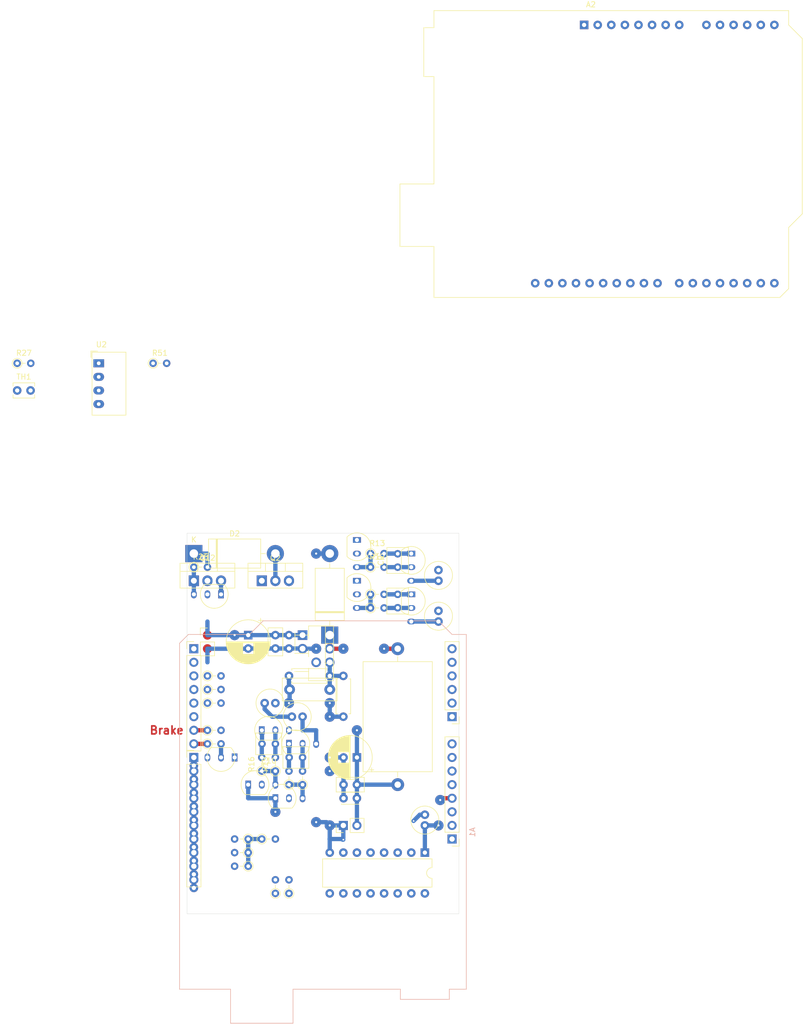
<source format=kicad_pcb>
(kicad_pcb (version 20171130) (host pcbnew "(5.1.2-1)-1")
  (title_block (title "PCB layout for Yoda Brain prototype") (date 2020-02-20) (rev 2) (company "YodaCIty SRL"))
  (layers (0 Solder.F.Cu signal) (1 Wires.F.Cu jumper) (2 Wires.B.Cu jumper) (31 Solder.B.Cu power) (34 B.Paste user) (35 F.Paste user) (36 B.SilkS user) (37 F.SilkS user) (38 B.Mask user) (39 F.Mask user) (44 Edge.Cuts user))
  (net 0 "")
  (net 1 "Net-(A1-Pad32)")
  (net 2 "Net-(A1-Pad31)")
  (net 3 A1_D2)
  (net 4 "Net-(A1-Pad2)")
  (net 5 A1_D3)
  (net 6 "Net-(A1-Pad3)")
  (net 7 A1_D4)
  (net 8 +3V3)
  (net 9 A1_D5)
  (net 10 +5V)
  (net 11 A1_D6)
  (net 12 A1_D7)
  (net 13 COMMODO_GND)
  (net 14 A1_D8)
  (net 15 +7.5V)
  (net 16 A1_D9)
  (net 17 A1_A0)
  (net 18 A1_D10)
  (net 19 A1_A1)
  (net 20 A1_D11)
  (net 21 A1_A2)
  (net 22 A1_D12)
  (net 23 A1_A3)
  (net 24 A1_D13)
  (net 25 A1_A4)
  (net 26 A1_A5)
  (net 27 "Net-(A1-Pad30)")
  (net 28 A1_D0)
  (net 29 A1_D1)
  (net 30 ARDUINO_ICSP_4)
  (net 31 A2_D6)
  (net 32 A2_D5)
  (net 33 BEAM_+12V)
  (net 34 "Net-(C5-Pad1)")
  (net 35 "Net-(C9-Pad1)")
  (net 36 "Net-(C10-Pad1)")
  (net 37 "Net-(C11-Pad1)")
  (net 38 "Net-(C12-Pad1)")
  (net 39 TAILLIGHT_BRAKE)
  (net 40 TAILLIGHT_TAILLIGHT)
  (net 41 INDICATOR_R_+12V)
  (net 42 INDICATOR_L_+12V)
  (net 43 "Net-(D1-Pad1)")
  (net 44 HORN_GND)
  (net 45 "Net-(Q1-Pad2)")
  (net 46 "Net-(Q2-Pad1)")
  (net 47 "Net-(Q3-Pad2)")
  (net 48 "Net-(Q12-Pad1)")
  (net 49 "Net-(Q4-Pad3)")
  (net 50 "Net-(Q4-Pad2)")
  (net 51 "Net-(Q6-Pad3)")
  (net 52 "Net-(Q6-Pad2)")
  (net 53 "Net-(Q8-Pad3)")
  (net 54 "Net-(Q8-Pad2)")
  (net 55 "Net-(Q10-Pad2)")
  (net 56 "Net-(Q10-Pad3)")
  (module Package_TO_SOT_THT:TO-92_Inline (layer Solder.F.Cu) (at 35.56 55.88)
    (fp_text reference Q11 hide)
    (fp_text value 2N3906 hide)
    (pad 1 thru_hole rect (at 0 0) (size 1.05 1.5) (drill 0.75) (layers *.Cu *.Mask) (net 33 BEAM_+12V))
    (pad 3 thru_hole oval (at 5.08 0) (size 1.05 1.5) (drill 0.75) (layers *.Cu *.Mask) (net 42 INDICATOR_L_+12V))
    (pad 2 thru_hole oval (at 2.54 0) (size 1.05 1.5) (drill 0.75) (layers *.Cu *.Mask) (net 38 "Net-(C12-Pad1)"))
  )
  (module Module:Arduino_UNO_R3 (layer Solder.B.Cu) (at 66.04 73.66 90)
    (fp_text reference A1 (at 1.27 3.81 90) (layer B.SilkS) (effects (justify mirror)))
    (fp_text value Arduino_UNO_R3)
    (pad 16 thru_hole oval (at 33.02 -48.26) (size 1.6 1.6) (drill 0.8) (layers *.Cu *.Mask) (net 29 A1_D1))
    (pad 15 thru_hole oval (at 35.56 -48.26) (size 1.6 1.6) (drill 0.8) (layers *.Cu *.Mask) (net 28 A1_D0))
    (pad 30 thru_hole oval (at -4.06 -48.26) (size 1.6 1.6) (drill 0.8) (layers *.Cu *.Mask) (net 27 "Net-(A1-Pad30)"))
    (pad 14 thru_hole oval (at 35.56 0) (size 1.6 1.6) (drill 0.8) (layers *.Cu *.Mask) (net 26 A1_A5))
    (pad 29 thru_hole oval (at -1.52 -48.26) (size 1.6 1.6) (drill 0.8) (layers *.Cu *.Mask) (net 13 COMMODO_GND))
    (pad 13 thru_hole oval (at 33.02 0) (size 1.6 1.6) (drill 0.8) (layers *.Cu *.Mask) (net 25 A1_A4))
    (pad 28 thru_hole oval (at 1.02 -48.26) (size 1.6 1.6) (drill 0.8) (layers *.Cu *.Mask) (net 24 A1_D13))
    (pad 12 thru_hole oval (at 30.48 0) (size 1.6 1.6) (drill 0.8) (layers *.Cu *.Mask) (net 23 A1_A3))
    (pad 27 thru_hole oval (at 3.56 -48.26) (size 1.6 1.6) (drill 0.8) (layers *.Cu *.Mask) (net 22 A1_D12))
    (pad 11 thru_hole oval (at 27.94 0) (size 1.6 1.6) (drill 0.8) (layers *.Cu *.Mask) (net 21 A1_A2))
    (pad 26 thru_hole oval (at 6.1 -48.26) (size 1.6 1.6) (drill 0.8) (layers *.Cu *.Mask) (net 20 A1_D11))
    (pad 10 thru_hole oval (at 25.4 0) (size 1.6 1.6) (drill 0.8) (layers *.Cu *.Mask) (net 19 A1_A1))
    (pad 25 thru_hole oval (at 8.64 -48.26) (size 1.6 1.6) (drill 0.8) (layers *.Cu *.Mask) (net 18 A1_D10))
    (pad 9 thru_hole oval (at 22.86 0) (size 1.6 1.6) (drill 0.8) (layers *.Cu *.Mask) (net 17 A1_A0))
    (pad 24 thru_hole oval (at 11.18 -48.26) (size 1.6 1.6) (drill 0.8) (layers *.Cu *.Mask) (net 16 A1_D9))
    (pad 8 thru_hole oval (at 17.78 0) (size 1.6 1.6) (drill 0.8) (layers *.Cu *.Mask) (net 15 +7.5V))
    (pad 23 thru_hole oval (at 13.72 -48.26) (size 1.6 1.6) (drill 0.8) (layers *.Cu *.Mask) (net 14 A1_D8))
    (pad 7 thru_hole oval (at 15.24 0) (size 1.6 1.6) (drill 0.8) (layers *.Cu *.Mask) (net 13 COMMODO_GND))
    (pad 22 thru_hole oval (at 17.78 -48.26) (size 1.6 1.6) (drill 0.8) (layers *.Cu *.Mask) (net 12 A1_D7))
    (pad 6 thru_hole oval (at 12.7 0) (size 1.6 1.6) (drill 0.8) (layers *.Cu *.Mask) (net 13 COMMODO_GND))
    (pad 21 thru_hole oval (at 20.32 -48.26) (size 1.6 1.6) (drill 0.8) (layers *.Cu *.Mask) (net 11 A1_D6))
    (pad 5 thru_hole oval (at 10.16 0) (size 1.6 1.6) (drill 0.8) (layers *.Cu *.Mask) (net 10 +5V))
    (pad 20 thru_hole oval (at 22.86 -48.26) (size 1.6 1.6) (drill 0.8) (layers *.Cu *.Mask) (net 9 A1_D5))
    (pad 4 thru_hole oval (at 7.62 0) (size 1.6 1.6) (drill 0.8) (layers *.Cu *.Mask) (net 8 +3V3))
    (pad 19 thru_hole oval (at 25.4 -48.26) (size 1.6 1.6) (drill 0.8) (layers *.Cu *.Mask) (net 7 A1_D4))
    (pad 3 thru_hole oval (at 5.08 0) (size 1.6 1.6) (drill 0.8) (layers *.Cu *.Mask) (net 6 "Net-(A1-Pad3)"))
    (pad 18 thru_hole oval (at 27.94 -48.26) (size 1.6 1.6) (drill 0.8) (layers *.Cu *.Mask) (net 5 A1_D3))
    (pad 2 thru_hole oval (at 2.54 0) (size 1.6 1.6) (drill 0.8) (layers *.Cu *.Mask) (net 4 "Net-(A1-Pad2)"))
    (pad 17 thru_hole oval (at 30.48 -48.26) (size 1.6 1.6) (drill 0.8) (layers *.Cu *.Mask) (net 3 A1_D2))
    (pad 1 thru_hole rect (at 0 0) (size 1.6 1.6) (drill 0.8) (layers *.Cu *.Mask) (net 13 COMMODO_GND))
    (pad 31 thru_hole oval (at -6.6 -48.26) (size 1.6 1.6) (drill 0.8) (layers *.Cu *.Mask) (net 2 "Net-(A1-Pad31)"))
    (pad 32 thru_hole oval (at -9.14 -48.26) (size 1.6 1.6) (drill 0.8) (layers *.Cu *.Mask) (net 1 "Net-(A1-Pad32)"))
  )
  (module Resistor_THT:R_Axial_DIN0204_L3.6mm_D1.6mm_P2.54mm_Vertical (layer Solder.F.Cu) (at 50.8 22.86)
    (fp_text reference R12 (at 1.27 -1.92) (layer F.SilkS))
    (fp_text value CFR16-1k0)
    (pad 2 thru_hole oval (at 2.54 0) (size 1.4 1.4) (drill 0.7) (layers *.Cu *.Mask) (net 35 "Net-(C9-Pad1)"))
    (pad 1 thru_hole circle (at 0 0) (size 1.4 1.4) (drill 0.7) (layers *.Cu *.Mask) (net 49 "Net-(Q4-Pad3)"))
  )
  (module Module:Arduino_UNO_R3 (layer Solder.F.Cu) (at 90.725001 -78.464999)
    (fp_text reference A2 (at 1.27 -3.81 180) (layer F.SilkS))
    (fp_text value Arduino_UNO_R3)
    (pad 16 thru_hole oval (at 33.02 48.26 90) (size 1.6 1.6) (drill 0.8) (layers *.Cu *.Mask))
    (pad 15 thru_hole oval (at 35.56 48.26 90) (size 1.6 1.6) (drill 0.8) (layers *.Cu *.Mask))
    (pad 30 thru_hole oval (at -4.06 48.26 90) (size 1.6 1.6) (drill 0.8) (layers *.Cu *.Mask))
    (pad 14 thru_hole oval (at 35.56 0 90) (size 1.6 1.6) (drill 0.8) (layers *.Cu *.Mask) (net 26 A1_A5))
    (pad 29 thru_hole oval (at -1.52 48.26 90) (size 1.6 1.6) (drill 0.8) (layers *.Cu *.Mask))
    (pad 13 thru_hole oval (at 33.02 0 90) (size 1.6 1.6) (drill 0.8) (layers *.Cu *.Mask) (net 25 A1_A4))
    (pad 28 thru_hole oval (at 1.02 48.26 90) (size 1.6 1.6) (drill 0.8) (layers *.Cu *.Mask) (net 30 ARDUINO_ICSP_4))
    (pad 12 thru_hole oval (at 30.48 0 90) (size 1.6 1.6) (drill 0.8) (layers *.Cu *.Mask))
    (pad 27 thru_hole oval (at 3.56 48.26 90) (size 1.6 1.6) (drill 0.8) (layers *.Cu *.Mask))
    (pad 11 thru_hole oval (at 27.94 0 90) (size 1.6 1.6) (drill 0.8) (layers *.Cu *.Mask))
    (pad 26 thru_hole oval (at 6.1 48.26 90) (size 1.6 1.6) (drill 0.8) (layers *.Cu *.Mask))
    (pad 10 thru_hole oval (at 25.4 0 90) (size 1.6 1.6) (drill 0.8) (layers *.Cu *.Mask))
    (pad 25 thru_hole oval (at 8.64 48.26 90) (size 1.6 1.6) (drill 0.8) (layers *.Cu *.Mask))
    (pad 9 thru_hole oval (at 22.86 0 90) (size 1.6 1.6) (drill 0.8) (layers *.Cu *.Mask))
    (pad 24 thru_hole oval (at 11.18 48.26 90) (size 1.6 1.6) (drill 0.8) (layers *.Cu *.Mask))
    (pad 8 thru_hole oval (at 17.78 0 90) (size 1.6 1.6) (drill 0.8) (layers *.Cu *.Mask) (net 15 +7.5V))
    (pad 23 thru_hole oval (at 13.72 48.26 90) (size 1.6 1.6) (drill 0.8) (layers *.Cu *.Mask))
    (pad 7 thru_hole oval (at 15.24 0 90) (size 1.6 1.6) (drill 0.8) (layers *.Cu *.Mask) (net 13 COMMODO_GND))
    (pad 22 thru_hole oval (at 17.78 48.26 90) (size 1.6 1.6) (drill 0.8) (layers *.Cu *.Mask))
    (pad 6 thru_hole oval (at 12.7 0 90) (size 1.6 1.6) (drill 0.8) (layers *.Cu *.Mask))
    (pad 21 thru_hole oval (at 20.32 48.26 90) (size 1.6 1.6) (drill 0.8) (layers *.Cu *.Mask) (net 31 A2_D6))
    (pad 5 thru_hole oval (at 10.16 0 90) (size 1.6 1.6) (drill 0.8) (layers *.Cu *.Mask))
    (pad 20 thru_hole oval (at 22.86 48.26 90) (size 1.6 1.6) (drill 0.8) (layers *.Cu *.Mask) (net 32 A2_D5))
    (pad 4 thru_hole oval (at 7.62 0 90) (size 1.6 1.6) (drill 0.8) (layers *.Cu *.Mask))
    (pad 19 thru_hole oval (at 25.4 48.26 90) (size 1.6 1.6) (drill 0.8) (layers *.Cu *.Mask))
    (pad 3 thru_hole oval (at 5.08 0 90) (size 1.6 1.6) (drill 0.8) (layers *.Cu *.Mask))
    (pad 18 thru_hole oval (at 27.94 48.26 90) (size 1.6 1.6) (drill 0.8) (layers *.Cu *.Mask))
    (pad 2 thru_hole oval (at 2.54 0 90) (size 1.6 1.6) (drill 0.8) (layers *.Cu *.Mask))
    (pad 17 thru_hole oval (at 30.48 48.26 90) (size 1.6 1.6) (drill 0.8) (layers *.Cu *.Mask))
    (pad 1 thru_hole rect (at 0 0 90) (size 1.6 1.6) (drill 0.8) (layers *.Cu *.Mask) (net 30 ARDUINO_ICSP_4))
    (pad 31 thru_hole oval (at -6.6 48.26 90) (size 1.6 1.6) (drill 0.8) (layers *.Cu *.Mask))
    (pad 32 thru_hole oval (at -9.14 48.26 90) (size 1.6 1.6) (drill 0.8) (layers *.Cu *.Mask))
  )
  (module Capacitor_THT:CP_Radial_D8.0mm_P2.50mm (layer Solder.F.Cu) (at 27.94 35.56 270)
    (fp_text reference C1 hide)
    (fp_text value EEU-FC1E471L hide)
    (pad 2 thru_hole circle (at 2.5 0 270) (size 1.6 1.6) (drill 0.8) (layers *.Cu *.Mask) (net 13 COMMODO_GND))
    (pad 1 thru_hole rect (at 0 0 270) (size 1.6 1.6) (drill 0.8) (layers *.Cu *.Mask) (net 33 BEAM_+12V))
  )
  (module Capacitor_THT:C_Disc_D5.0mm_W2.5mm_P2.50mm (layer Solder.F.Cu) (at 33.02 35.56 270)
    (fp_text reference C2 hide)
    (fp_text value FG16X5R1E476MRT06 hide)
    (pad 1 thru_hole circle (at 0 0 270) (size 1.6 1.6) (drill 0.8) (layers *.Cu *.Mask) (net 33 BEAM_+12V))
    (pad 2 thru_hole circle (at 2.5 0 270) (size 1.6 1.6) (drill 0.8) (layers *.Cu *.Mask) (net 13 COMMODO_GND))
  )
  (module Capacitor_THT:C_Disc_D3.0mm_W2.0mm_P2.50mm (layer Solder.F.Cu) (at 35.56 35.56 270)
    (fp_text reference C3 hide)
    (fp_text value C320C104M5R5TA hide)
    (pad 1 thru_hole circle (at 0 0 270) (size 1.6 1.6) (drill 0.8) (layers *.Cu *.Mask) (net 33 BEAM_+12V))
    (pad 2 thru_hole circle (at 2.5 0 270) (size 1.6 1.6) (drill 0.8) (layers *.Cu *.Mask) (net 13 COMMODO_GND))
  )
  (module Capacitor_THT:C_Rect_L10.0mm_W4.0mm_P7.50mm_FKS3_FKP3 (layer Solder.F.Cu) (at 43.18 45.72 180)
    (fp_text reference C5 hide)
    (fp_text value PHE450MK4470JR05 hide)
    (pad 1 thru_hole circle (at 0 0 180) (size 2 2) (drill 1) (layers *.Cu *.Mask) (net 34 "Net-(C5-Pad1)"))
    (pad 2 thru_hole circle (at 7.5 0 180) (size 2 2) (drill 1) (layers *.Cu *.Mask) (net 15 +7.5V))
  )
  (module Capacitor_THT:C_Disc_D5.0mm_W2.5mm_P2.50mm (layer Solder.F.Cu) (at 48.26 63.5 180)
    (fp_text reference C6 hide)
    (fp_text value FG16X5R1E476MRT06 hide)
    (pad 2 thru_hole circle (at 2.5 0 180) (size 1.6 1.6) (drill 0.8) (layers *.Cu *.Mask) (net 13 COMMODO_GND))
    (pad 1 thru_hole circle (at 0 0 180) (size 1.6 1.6) (drill 0.8) (layers *.Cu *.Mask) (net 15 +7.5V))
  )
  (module Capacitor_THT:CP_Radial_D8.0mm_P2.50mm (layer Solder.F.Cu) (at 48.26 58.42 180)
    (fp_text reference C7 hide)
    (fp_text value RL81C101MDN1KX hide)
    (pad 1 thru_hole rect (at 0 0 180) (size 1.6 1.6) (drill 0.8) (layers *.Cu *.Mask) (net 15 +7.5V))
    (pad 2 thru_hole circle (at 2.5 0 180) (size 1.6 1.6) (drill 0.8) (layers *.Cu *.Mask) (net 13 COMMODO_GND))
  )
  (module Capacitor_THT:C_Disc_D3.0mm_W2.0mm_P2.50mm (layer Solder.F.Cu) (at 48.26 66.04 180)
    (fp_text reference C8 hide)
    (fp_text value C320C104M5R5TA hide)
    (pad 2 thru_hole circle (at 2.5 0 180) (size 1.6 1.6) (drill 0.8) (layers *.Cu *.Mask) (net 13 COMMODO_GND))
    (pad 1 thru_hole circle (at 0 0 180) (size 1.6 1.6) (drill 0.8) (layers *.Cu *.Mask) (net 15 +7.5V))
  )
  (module Capacitor_THT:C_Rect_L4.6mm_W3.8mm_P2.50mm_MKS02_FKP02 (layer Solder.F.Cu) (at 55.88 22.86 90)
    (fp_text reference C9 (at 1.25 -3.15 90) (layer F.SilkS))
    (fp_text value RDEC71E476MWK1H03B)
    (pad 1 thru_hole circle (at 0 0 90) (size 1.4 1.4) (drill 0.7) (layers *.Cu *.Mask) (net 35 "Net-(C9-Pad1)"))
    (pad 2 thru_hole circle (at 2.5 0 90) (size 1.4 1.4) (drill 0.7) (layers *.Cu *.Mask) (net 33 BEAM_+12V))
  )
  (module Capacitor_THT:C_Rect_L4.6mm_W3.8mm_P2.50mm_MKS02_FKP02 (layer Solder.F.Cu) (at 33.02 55.88 180)
    (fp_text reference C10 (at 1.25 -3.15) (layer F.SilkS))
    (fp_text value RDEC71E476MWK1H03B)
    (pad 2 thru_hole circle (at 2.5 0 180) (size 1.4 1.4) (drill 0.7) (layers *.Cu *.Mask) (net 33 BEAM_+12V))
    (pad 1 thru_hole circle (at 0 0 180) (size 1.4 1.4) (drill 0.7) (layers *.Cu *.Mask) (net 36 "Net-(C10-Pad1)"))
  )
  (module Capacitor_THT:C_Rect_L4.6mm_W3.8mm_P2.50mm_MKS02_FKP02 (layer Solder.F.Cu) (at 55.88 30.44 90)
    (fp_text reference C11 hide)
    (fp_text value RDEC71E476MWK1H03B hide)
    (pad 1 thru_hole circle (at 0 0 90) (size 1.4 1.4) (drill 0.7) (layers *.Cu *.Mask) (net 37 "Net-(C11-Pad1)"))
    (pad 2 thru_hole circle (at 2.5 0 90) (size 1.4 1.4) (drill 0.7) (layers *.Cu *.Mask) (net 33 BEAM_+12V))
  )
  (module Capacitor_THT:C_Rect_L4.6mm_W3.8mm_P2.50mm_MKS02_FKP02 (layer Solder.F.Cu) (at 38.1 58.42 180)
    (fp_text reference C12 hide)
    (fp_text value RDEC71E476MWK1H03B hide)
    (pad 2 thru_hole circle (at 2.5 0 180) (size 1.4 1.4) (drill 0.7) (layers *.Cu *.Mask) (net 33 BEAM_+12V))
    (pad 1 thru_hole circle (at 0 0 180) (size 1.4 1.4) (drill 0.7) (layers *.Cu *.Mask) (net 38 "Net-(C12-Pad1)"))
  )
  (module Capacitor_THT:C_Radial_D5.0mm_H11.0mm_P2.00mm (layer Solder.F.Cu) (at 63.5 25.4 90)
    (fp_text reference C13 hide)
    (fp_text value ECA-1EHG470 hide)
    (pad 1 thru_hole circle (at 0 0 90) (size 1.6 1.6) (drill 0.8) (layers *.Cu *.Mask) (net 39 TAILLIGHT_BRAKE))
    (pad 2 thru_hole circle (at 2 0 90) (size 1.6 1.6) (drill 0.8) (layers *.Cu *.Mask) (net 13 COMMODO_GND))
  )
  (module Capacitor_THT:C_Radial_D5.0mm_H11.0mm_P2.00mm (layer Solder.F.Cu) (at 33.02 48.26 180)
    (fp_text reference C14 hide)
    (fp_text value ECA-1EHG470 hide)
    (pad 2 thru_hole circle (at 2 0 180) (size 1.6 1.6) (drill 0.8) (layers *.Cu *.Mask) (net 13 COMMODO_GND))
    (pad 1 thru_hole circle (at 0 0 180) (size 1.6 1.6) (drill 0.8) (layers *.Cu *.Mask) (net 40 TAILLIGHT_TAILLIGHT))
  )
  (module Capacitor_THT:C_Radial_D5.0mm_H11.0mm_P2.00mm (layer Solder.F.Cu) (at 63.5 33.02 90)
    (fp_text reference C15 hide)
    (fp_text value ECA-1EHG470 hide)
    (pad 1 thru_hole circle (at 0 0 90) (size 1.6 1.6) (drill 0.8) (layers *.Cu *.Mask) (net 41 INDICATOR_R_+12V))
    (pad 2 thru_hole circle (at 2 0 90) (size 1.6 1.6) (drill 0.8) (layers *.Cu *.Mask) (net 13 COMMODO_GND))
  )
  (module Capacitor_THT:C_Radial_D5.0mm_H11.0mm_P2.00mm (layer Solder.F.Cu) (at 38.1 50.8 180)
    (fp_text reference C16 hide)
    (fp_text value ECA-1EHG470 hide)
    (pad 2 thru_hole circle (at 2 0 180) (size 1.6 1.6) (drill 0.8) (layers *.Cu *.Mask) (net 13 COMMODO_GND))
    (pad 1 thru_hole circle (at 0 0 180) (size 1.6 1.6) (drill 0.8) (layers *.Cu *.Mask) (net 42 INDICATOR_L_+12V))
  )
  (module Capacitor_THT:C_Radial_D5.0mm_H11.0mm_P2.00mm (layer Solder.F.Cu) (at 60.96 71.12 90)
    (fp_text reference C17 hide)
    (fp_text value 220uF hide)
    (pad 1 thru_hole circle (at 0 0 90) (size 1.6 1.6) (drill 0.8) (layers *.Cu *.Mask) (net 8 +3V3))
    (pad 2 thru_hole circle (at 2 0 90) (size 1.6 1.6) (drill 0.8) (layers *.Cu *.Mask) (net 13 COMMODO_GND))
  )
  (module Diode_THT:D_DO-201AD_P15.24mm_Horizontal (layer Solder.F.Cu) (at 43.18 35.56 90)
    (fp_text reference D1 hide)
    (fp_text value SB560 hide)
    (pad 1 thru_hole rect (at 0 0 90) (size 3.2 3.2) (drill 1.6) (layers *.Cu *.Mask) (net 43 "Net-(D1-Pad1)"))
    (pad 2 thru_hole oval (at 15.24 0 90) (size 3.2 3.2) (drill 1.6) (layers *.Cu *.Mask) (net 13 COMMODO_GND))
  )
  (module Diode_THT:D_DO-201AD_P15.24mm_Horizontal (layer Solder.F.Cu) (at 17.78 20.32)
    (fp_text reference D2 (at 7.62 -3.72) (layer F.SilkS))
    (fp_text value SB560)
    (fp_text user K (at 0 -2.6) (layer F.SilkS))
    (pad 2 thru_hole oval (at 15.24 0) (size 3.2 3.2) (drill 1.6) (layers *.Cu *.Mask) (net 44 HORN_GND))
    (pad 1 thru_hole rect (at 0 0) (size 3.2 3.2) (drill 1.6) (layers *.Cu *.Mask) (net 33 BEAM_+12V))
  )
  (module Connector_PinHeader_2.54mm:PinHeader_1x08_P2.54mm_Vertical (layer Solder.F.Cu) (at 17.78 38.1)
    (fp_text reference J1 hide)
    (fp_text value Conn_01x08_Male hide)
    (pad 1 thru_hole rect (at 0 0) (size 1.7 1.7) (drill 1) (layers *.Cu *.Mask) (net 28 A1_D0))
    (pad 2 thru_hole oval (at 0 2.54) (size 1.7 1.7) (drill 1) (layers *.Cu *.Mask) (net 29 A1_D1))
    (pad 3 thru_hole oval (at 0 5.08) (size 1.7 1.7) (drill 1) (layers *.Cu *.Mask) (net 3 A1_D2))
    (pad 4 thru_hole oval (at 0 7.62) (size 1.7 1.7) (drill 1) (layers *.Cu *.Mask) (net 5 A1_D3))
    (pad 5 thru_hole oval (at 0 10.16) (size 1.7 1.7) (drill 1) (layers *.Cu *.Mask) (net 7 A1_D4))
    (pad 6 thru_hole oval (at 0 12.7) (size 1.7 1.7) (drill 1) (layers *.Cu *.Mask) (net 9 A1_D5))
    (pad 7 thru_hole oval (at 0 15.24) (size 1.7 1.7) (drill 1) (layers *.Cu *.Mask) (net 11 A1_D6))
    (pad 8 thru_hole oval (at 0 17.78) (size 1.7 1.7) (drill 1) (layers *.Cu *.Mask) (net 12 A1_D7))
  )
  (module Connector_PinHeader_2.54mm:PinHeader_1x10_P2.54mm_Vertical (layer Solder.F.Cu) (at 17.78 58.42)
    (fp_text reference J2 hide)
    (fp_text value Conn_01x10_Male hide)
    (pad 1 thru_hole rect (at 0 0) (size 1.7 1.7) (drill 1) (layers *.Cu *.Mask) (net 14 A1_D8))
    (pad 2 thru_hole oval (at 0 2.54) (size 1.7 1.7) (drill 1) (layers *.Cu *.Mask) (net 16 A1_D9))
    (pad 3 thru_hole oval (at 0 5.08) (size 1.7 1.7) (drill 1) (layers *.Cu *.Mask) (net 18 A1_D10))
    (pad 4 thru_hole oval (at 0 7.62) (size 1.7 1.7) (drill 1) (layers *.Cu *.Mask) (net 20 A1_D11))
    (pad 5 thru_hole oval (at 0 10.16) (size 1.7 1.7) (drill 1) (layers *.Cu *.Mask) (net 22 A1_D12))
    (pad 6 thru_hole oval (at 0 12.7) (size 1.7 1.7) (drill 1) (layers *.Cu *.Mask) (net 24 A1_D13))
    (pad 7 thru_hole oval (at 0 15.24) (size 1.7 1.7) (drill 1) (layers *.Cu *.Mask) (net 13 COMMODO_GND))
    (pad 8 thru_hole oval (at 0 17.78) (size 1.7 1.7) (drill 1) (layers *.Cu *.Mask) (net 27 "Net-(A1-Pad30)"))
    (pad 9 thru_hole oval (at 0 20.32) (size 1.7 1.7) (drill 1) (layers *.Cu *.Mask) (net 2 "Net-(A1-Pad31)"))
    (pad 10 thru_hole oval (at 0 22.86) (size 1.7 1.7) (drill 1) (layers *.Cu *.Mask) (net 1 "Net-(A1-Pad32)"))
  )
  (module Connector_PinHeader_2.54mm:PinHeader_1x08_P2.54mm_Vertical (layer Solder.F.Cu) (at 66.04 73.66 180)
    (fp_text reference J3 hide)
    (fp_text value Conn_01x08_Male hide)
    (pad 8 thru_hole oval (at 0 17.78 180) (size 1.7 1.7) (drill 1) (layers *.Cu *.Mask) (net 15 +7.5V))
    (pad 7 thru_hole oval (at 0 15.24 180) (size 1.7 1.7) (drill 1) (layers *.Cu *.Mask) (net 13 COMMODO_GND))
    (pad 6 thru_hole oval (at 0 12.7 180) (size 1.7 1.7) (drill 1) (layers *.Cu *.Mask) (net 13 COMMODO_GND))
    (pad 5 thru_hole oval (at 0 10.16 180) (size 1.7 1.7) (drill 1) (layers *.Cu *.Mask) (net 10 +5V))
    (pad 4 thru_hole oval (at 0 7.62 180) (size 1.7 1.7) (drill 1) (layers *.Cu *.Mask) (net 8 +3V3))
    (pad 3 thru_hole oval (at 0 5.08 180) (size 1.7 1.7) (drill 1) (layers *.Cu *.Mask) (net 6 "Net-(A1-Pad3)"))
    (pad 2 thru_hole oval (at 0 2.54 180) (size 1.7 1.7) (drill 1) (layers *.Cu *.Mask) (net 4 "Net-(A1-Pad2)"))
    (pad 1 thru_hole rect (at 0 0 180) (size 1.7 1.7) (drill 1) (layers *.Cu *.Mask))
  )
  (module Connector_PinHeader_2.54mm:PinHeader_1x06_P2.54mm_Vertical (layer Solder.F.Cu) (at 66.04 50.8 180)
    (fp_text reference J4 hide)
    (fp_text value Conn_01x06_Male hide)
    (pad 1 thru_hole rect (at 0 0 180) (size 1.7 1.7) (drill 1) (layers *.Cu *.Mask) (net 17 A1_A0))
    (pad 2 thru_hole oval (at 0 2.54 180) (size 1.7 1.7) (drill 1) (layers *.Cu *.Mask) (net 19 A1_A1))
    (pad 3 thru_hole oval (at 0 5.08 180) (size 1.7 1.7) (drill 1) (layers *.Cu *.Mask) (net 21 A1_A2))
    (pad 4 thru_hole oval (at 0 7.62 180) (size 1.7 1.7) (drill 1) (layers *.Cu *.Mask) (net 23 A1_A3))
    (pad 5 thru_hole oval (at 0 10.16 180) (size 1.7 1.7) (drill 1) (layers *.Cu *.Mask) (net 25 A1_A4))
    (pad 6 thru_hole oval (at 0 12.7 180) (size 1.7 1.7) (drill 1) (layers *.Cu *.Mask) (net 26 A1_A5))
  )
  (module Inductor_THT:L_Axial_L20.3mm_D12.7mm_P25.40mm_Horizontal_Vishay_IHA-201 (layer Solder.F.Cu) (at 55.88 38.1 270)
    (fp_text reference L1 hide)
    (fp_text value AIAP-03-470K hide)
    (pad 1 thru_hole circle (at 0 0 270) (size 2.4 2.4) (drill 1.2) (layers *.Cu *.Mask) (net 43 "Net-(D1-Pad1)"))
    (pad 2 thru_hole oval (at 25.4 0 270) (size 2.4 2.4) (drill 1.2) (layers *.Cu *.Mask) (net 15 +7.5V))
  )
  (module Package_TO_SOT_THT:TO-92_Inline (layer Solder.F.Cu) (at 24.13 58.42 180)
    (fp_text reference Q1 hide)
    (fp_text value 2N3904 hide)
    (pad 2 thru_hole oval (at 1.27 0 180) (size 1.05 1.5) (drill 0.75) (layers *.Cu *.Mask) (net 45 "Net-(Q1-Pad2)"))
    (pad 3 thru_hole oval (at 3.81 0 180) (size 1.05 1.5) (drill 0.75) (layers *.Cu *.Mask))
    (pad 1 thru_hole rect (at -1.27 0 180) (size 1.05 1.5) (drill 0.75) (layers *.Cu *.Mask))
  )
  (module Package_TO_SOT_THT:TO-220-3_Vertical (layer Solder.F.Cu) (at 30.48 25.4)
    (fp_text reference Q2 (at 2.54 -4.27) (layer F.SilkS))
    (fp_text value TIP120)
    (pad 3 thru_hole oval (at 5.08 0) (size 1.905 2) (drill 1.1) (layers *.Cu *.Mask) (net 13 COMMODO_GND))
    (pad 2 thru_hole oval (at 2.54 0) (size 1.905 2) (drill 1.1) (layers *.Cu *.Mask) (net 44 HORN_GND))
    (pad 1 thru_hole rect (at 0 0) (size 1.905 2) (drill 1.1) (layers *.Cu *.Mask) (net 46 "Net-(Q2-Pad1)"))
  )
  (module Package_TO_SOT_THT:TO-92_Inline (layer Solder.F.Cu) (at 22.86 27.94 180)
    (fp_text reference Q3 hide)
    (fp_text value 2N3904 hide)
    (pad 2 thru_hole oval (at 2.54 0 180) (size 1.05 1.5) (drill 0.75) (layers *.Cu *.Mask) (net 47 "Net-(Q3-Pad2)"))
    (pad 3 thru_hole oval (at 5.08 0 180) (size 1.05 1.5) (drill 0.75) (layers *.Cu *.Mask) (net 48 "Net-(Q12-Pad1)"))
    (pad 1 thru_hole rect (at 0 0 180) (size 1.05 1.5) (drill 0.75) (layers *.Cu *.Mask) (net 13 COMMODO_GND))
  )
  (module Package_TO_SOT_THT:TO-92_Inline (layer Solder.F.Cu) (at 48.26 17.78 270)
    (fp_text reference Q4 hide)
    (fp_text value 2N3904 hide)
    (pad 1 thru_hole rect (at 0 0 270) (size 1.05 1.5) (drill 0.75) (layers *.Cu *.Mask) (net 13 COMMODO_GND))
    (pad 3 thru_hole oval (at 5.08 0 270) (size 1.05 1.5) (drill 0.75) (layers *.Cu *.Mask) (net 49 "Net-(Q4-Pad3)"))
    (pad 2 thru_hole oval (at 2.54 0 270) (size 1.05 1.5) (drill 0.75) (layers *.Cu *.Mask) (net 50 "Net-(Q4-Pad2)"))
  )
  (module Package_TO_SOT_THT:TO-92_Inline (layer Solder.F.Cu) (at 58.42 20.32 270)
    (fp_text reference Q5 hide)
    (fp_text value 2N3906 hide)
    (pad 2 thru_hole oval (at 2.54 0 270) (size 1.05 1.5) (drill 0.75) (layers *.Cu *.Mask) (net 35 "Net-(C9-Pad1)"))
    (pad 3 thru_hole oval (at 5.08 0 270) (size 1.05 1.5) (drill 0.75) (layers *.Cu *.Mask) (net 39 TAILLIGHT_BRAKE))
    (pad 1 thru_hole rect (at 0 0 270) (size 1.05 1.5) (drill 0.75) (layers *.Cu *.Mask) (net 33 BEAM_+12V))
  )
  (module Package_TO_SOT_THT:TO-92_Inline (layer Solder.F.Cu) (at 27.94 63.5)
    (fp_text reference Q6 hide)
    (fp_text value 2N3904 hide)
    (pad 1 thru_hole rect (at 0 0) (size 1.05 1.5) (drill 0.75) (layers *.Cu *.Mask) (net 13 COMMODO_GND))
    (pad 3 thru_hole oval (at 5.08 0) (size 1.05 1.5) (drill 0.75) (layers *.Cu *.Mask) (net 51 "Net-(Q6-Pad3)"))
    (pad 2 thru_hole oval (at 2.54 0) (size 1.05 1.5) (drill 0.75) (layers *.Cu *.Mask) (net 52 "Net-(Q6-Pad2)"))
  )
  (module Package_TO_SOT_THT:TO-92_Inline (layer Solder.F.Cu) (at 30.48 53.34)
    (fp_text reference Q7 hide)
    (fp_text value 2N3906 hide)
    (pad 1 thru_hole rect (at 0 0) (size 1.05 1.5) (drill 0.75) (layers *.Cu *.Mask) (net 33 BEAM_+12V))
    (pad 3 thru_hole oval (at 5.08 0) (size 1.05 1.5) (drill 0.75) (layers *.Cu *.Mask) (net 40 TAILLIGHT_TAILLIGHT))
    (pad 2 thru_hole oval (at 2.54 0) (size 1.05 1.5) (drill 0.75) (layers *.Cu *.Mask) (net 36 "Net-(C10-Pad1)"))
  )
  (module Package_TO_SOT_THT:TO-92_Inline (layer Solder.F.Cu) (at 48.26 25.4 270)
    (fp_text reference Q8 hide)
    (fp_text value 2N3904 hide)
    (pad 1 thru_hole rect (at 0 0 270) (size 1.05 1.5) (drill 0.75) (layers *.Cu *.Mask) (net 13 COMMODO_GND))
    (pad 3 thru_hole oval (at 5.08 0 270) (size 1.05 1.5) (drill 0.75) (layers *.Cu *.Mask) (net 53 "Net-(Q8-Pad3)"))
    (pad 2 thru_hole oval (at 2.54 0 270) (size 1.05 1.5) (drill 0.75) (layers *.Cu *.Mask) (net 54 "Net-(Q8-Pad2)"))
  )
  (module Package_TO_SOT_THT:TO-92_Inline (layer Solder.F.Cu) (at 58.42 27.94 270)
    (fp_text reference Q9 hide)
    (fp_text value 2N3906 hide)
    (pad 2 thru_hole oval (at 2.54 0 270) (size 1.05 1.5) (drill 0.75) (layers *.Cu *.Mask) (net 37 "Net-(C11-Pad1)"))
    (pad 3 thru_hole oval (at 5.08 0 270) (size 1.05 1.5) (drill 0.75) (layers *.Cu *.Mask) (net 41 INDICATOR_R_+12V))
    (pad 1 thru_hole rect (at 0 0 270) (size 1.05 1.5) (drill 0.75) (layers *.Cu *.Mask) (net 33 BEAM_+12V))
  )
  (module Package_TO_SOT_THT:TO-92_Inline (layer Solder.F.Cu) (at 33.02 66.04)
    (fp_text reference Q10 hide)
    (fp_text value 2N3904 hide)
    (pad 2 thru_hole oval (at 2.54 0) (size 1.05 1.5) (drill 0.75) (layers *.Cu *.Mask) (net 55 "Net-(Q10-Pad2)"))
    (pad 3 thru_hole oval (at 5.08 0) (size 1.05 1.5) (drill 0.75) (layers *.Cu *.Mask) (net 56 "Net-(Q10-Pad3)"))
    (pad 1 thru_hole rect (at 0 0) (size 1.05 1.5) (drill 0.75) (layers *.Cu *.Mask) (net 13 COMMODO_GND))
  )
  (module Package_TO_SOT_THT:TO-220-3_Vertical (layer Solder.F.Cu) (at 17.78 25.4)
    (fp_text reference Q12 (at 2.54 -4.27) (layer F.SilkS))
    (fp_text value STP36NF06L)
    (pad 1 thru_hole rect (at 0 0) (size 1.905 2) (drill 1.1) (layers *.Cu *.Mask) (net 48 "Net-(Q12-Pad1)"))
    (pad 2 thru_hole oval (at 2.54 0) (size 1.905 2) (drill 1.1) (layers *.Cu *.Mask))
    (pad 3 thru_hole oval (at 5.08 0) (size 1.905 2) (drill 1.1) (layers *.Cu *.Mask) (net 13 COMMODO_GND))
  )
  (module Resistor_THT:R_Axial_DIN0204_L3.6mm_D1.6mm_P2.54mm_Vertical (layer Solder.F.Cu) (at 30.48 73.66)
    (fp_text reference R4 hide)
    (fp_text value CFR16-10k hide)
    (pad 1 thru_hole circle (at 0 0) (size 1.4 1.4) (drill 0.7) (layers *.Cu *.Mask) (net 10 +5V))
    (pad 2 thru_hole oval (at 2.54 0) (size 1.4 1.4) (drill 0.7) (layers *.Cu *.Mask) (net 21 A1_A2))
  )
  (module Resistor_THT:R_Axial_DIN0204_L3.6mm_D1.6mm_P2.54mm_Vertical (layer Solder.F.Cu) (at 27.94 73.66 180)
    (fp_text reference R6 hide)
    (fp_text value CFR16-10k hide)
    (pad 2 thru_hole oval (at 2.54 0 180) (size 1.4 1.4) (drill 0.7) (layers *.Cu *.Mask) (net 3 A1_D2))
    (pad 1 thru_hole circle (at 0 0 180) (size 1.4 1.4) (drill 0.7) (layers *.Cu *.Mask) (net 10 +5V))
  )
  (module Resistor_THT:R_Axial_DIN0204_L3.6mm_D1.6mm_P2.54mm_Vertical (layer Solder.F.Cu) (at 27.94 78.74 180)
    (fp_text reference R7 hide)
    (fp_text value CFR16-10k hide)
    (pad 1 thru_hole circle (at 0 0 180) (size 1.4 1.4) (drill 0.7) (layers *.Cu *.Mask) (net 10 +5V))
    (pad 2 thru_hole oval (at 2.54 0 180) (size 1.4 1.4) (drill 0.7) (layers *.Cu *.Mask) (net 9 A1_D5))
  )
  (module Resistor_THT:R_Axial_DIN0204_L3.6mm_D1.6mm_P2.54mm_Vertical (layer Solder.F.Cu) (at 20.32 55.88)
    (fp_text reference R8 hide)
    (fp_text value CFR16-10k hide)
    (pad 1 thru_hole circle (at 0 0) (size 1.4 1.4) (drill 0.7) (layers *.Cu *.Mask) (net 12 A1_D7))
    (pad 2 thru_hole oval (at 2.54 0) (size 1.4 1.4) (drill 0.7) (layers *.Cu *.Mask) (net 45 "Net-(Q1-Pad2)"))
  )
  (module Resistor_THT:R_Axial_DIN0204_L3.6mm_D1.6mm_P2.54mm_Vertical (layer Solder.F.Cu) (at 20.32 48.26)
    (fp_text reference R9 hide)
    (fp_text value CFR16-100R hide)
    (pad 2 thru_hole oval (at 2.54 0) (size 1.4 1.4) (drill 0.7) (layers *.Cu *.Mask) (net 46 "Net-(Q2-Pad1)"))
    (pad 1 thru_hole circle (at 0 0) (size 1.4 1.4) (drill 0.7) (layers *.Cu *.Mask) (net 5 A1_D3))
  )
  (module Resistor_THT:R_Axial_DIN0204_L3.6mm_D1.6mm_P2.54mm_Vertical (layer Solder.F.Cu) (at 33.02 83.82 90)
    (fp_text reference R10 hide)
    (fp_text value CFR16-1k hide)
    (pad 1 thru_hole circle (at 0 0 90) (size 1.4 1.4) (drill 0.7) (layers *.Cu *.Mask) (net 32 A2_D5))
    (pad 2 thru_hole oval (at 2.54 0 90) (size 1.4 1.4) (drill 0.7) (layers *.Cu *.Mask) (net 47 "Net-(Q3-Pad2)"))
  )
  (module Resistor_THT:R_Axial_DIN0204_L3.6mm_D1.6mm_P2.54mm_Vertical (layer Solder.F.Cu) (at 20.32 53.34)
    (fp_text reference R11 hide)
    (fp_text value CFR16-3k3 hide)
    (pad 2 thru_hole oval (at 2.54 0) (size 1.4 1.4) (drill 0.7) (layers *.Cu *.Mask) (net 50 "Net-(Q4-Pad2)"))
    (pad 1 thru_hole circle (at 0 0) (size 1.4 1.4) (drill 0.7) (layers *.Cu *.Mask) (net 11 A1_D6))
  )
  (module Resistor_THT:R_Axial_DIN0204_L3.6mm_D1.6mm_P2.54mm_Vertical (layer Solder.F.Cu) (at 50.8 20.32)
    (fp_text reference R13 (at 1.27 -1.92) (layer F.SilkS))
    (fp_text value CFR16-1k2)
    (pad 1 thru_hole circle (at 0 0) (size 1.4 1.4) (drill 0.7) (layers *.Cu *.Mask) (net 49 "Net-(Q4-Pad3)"))
    (pad 2 thru_hole oval (at 2.54 0) (size 1.4 1.4) (drill 0.7) (layers *.Cu *.Mask) (net 33 BEAM_+12V))
  )
  (module Resistor_THT:R_Axial_DIN0204_L3.6mm_D1.6mm_P2.54mm_Vertical (layer Solder.F.Cu) (at 35.56 83.82 90)
    (fp_text reference R14 hide)
    (fp_text value CFR16-4k7 hide)
    (pad 1 thru_hole circle (at 0 0 90) (size 1.4 1.4) (drill 0.7) (layers *.Cu *.Mask) (net 31 A2_D6))
    (pad 2 thru_hole oval (at 2.54 0 90) (size 1.4 1.4) (drill 0.7) (layers *.Cu *.Mask) (net 52 "Net-(Q6-Pad2)"))
  )
  (module Resistor_THT:R_Axial_DIN0204_L3.6mm_D1.6mm_P2.54mm_Vertical (layer Solder.F.Cu) (at 33.02 60.96 90)
    (fp_text reference R15 (at 1.27 -1.92 90) (layer F.SilkS))
    (fp_text value CFR16-1k8)
    (pad 1 thru_hole circle (at 0 0 90) (size 1.4 1.4) (drill 0.7) (layers *.Cu *.Mask) (net 51 "Net-(Q6-Pad3)"))
    (pad 2 thru_hole oval (at 2.54 0 90) (size 1.4 1.4) (drill 0.7) (layers *.Cu *.Mask) (net 36 "Net-(C10-Pad1)"))
  )
  (module Resistor_THT:R_Axial_DIN0204_L3.6mm_D1.6mm_P2.54mm_Vertical (layer Solder.F.Cu) (at 30.48 60.96 90)
    (fp_text reference R16 (at 1.27 -1.92 90) (layer F.SilkS))
    (fp_text value CFR16-4k7)
    (pad 2 thru_hole oval (at 2.54 0 90) (size 1.4 1.4) (drill 0.7) (layers *.Cu *.Mask) (net 33 BEAM_+12V))
    (pad 1 thru_hole circle (at 0 0 90) (size 1.4 1.4) (drill 0.7) (layers *.Cu *.Mask) (net 51 "Net-(Q6-Pad3)"))
  )
  (module Resistor_THT:R_Axial_DIN0204_L3.6mm_D1.6mm_P2.54mm_Vertical (layer Solder.F.Cu) (at 20.32 45.72)
    (fp_text reference R17 hide)
    (fp_text value CFR16-8k2 hide)
    (pad 2 thru_hole oval (at 2.54 0) (size 1.4 1.4) (drill 0.7) (layers *.Cu *.Mask) (net 54 "Net-(Q8-Pad2)"))
    (pad 1 thru_hole circle (at 0 0) (size 1.4 1.4) (drill 0.7) (layers *.Cu *.Mask) (net 29 A1_D1))
  )
  (module Resistor_THT:R_Axial_DIN0204_L3.6mm_D1.6mm_P2.54mm_Vertical (layer Solder.F.Cu) (at 50.8 30.48)
    (fp_text reference R18 hide)
    (fp_text value CFR16-2k7 hide)
    (pad 1 thru_hole circle (at 0 0) (size 1.4 1.4) (drill 0.7) (layers *.Cu *.Mask) (net 53 "Net-(Q8-Pad3)"))
    (pad 2 thru_hole oval (at 2.54 0) (size 1.4 1.4) (drill 0.7) (layers *.Cu *.Mask) (net 37 "Net-(C11-Pad1)"))
  )
  (module Resistor_THT:R_Axial_DIN0204_L3.6mm_D1.6mm_P2.54mm_Vertical (layer Solder.F.Cu) (at 50.8 27.94)
    (fp_text reference R19 hide)
    (fp_text value CFR16-22k hide)
    (pad 2 thru_hole oval (at 2.54 0) (size 1.4 1.4) (drill 0.7) (layers *.Cu *.Mask) (net 33 BEAM_+12V))
    (pad 1 thru_hole circle (at 0 0) (size 1.4 1.4) (drill 0.7) (layers *.Cu *.Mask) (net 53 "Net-(Q8-Pad3)"))
  )
  (module Resistor_THT:R_Axial_DIN0204_L3.6mm_D1.6mm_P2.54mm_Vertical (layer Solder.F.Cu) (at 20.32 43.18)
    (fp_text reference R20 hide)
    (fp_text value CFR16-8k2 hide)
    (pad 2 thru_hole oval (at 2.54 0) (size 1.4 1.4) (drill 0.7) (layers *.Cu *.Mask) (net 55 "Net-(Q10-Pad2)"))
    (pad 1 thru_hole circle (at 0 0) (size 1.4 1.4) (drill 0.7) (layers *.Cu *.Mask) (net 28 A1_D0))
  )
  (module Resistor_THT:R_Axial_DIN0204_L3.6mm_D1.6mm_P2.54mm_Vertical (layer Solder.F.Cu) (at 38.1 63.5 90)
    (fp_text reference R21 hide)
    (fp_text value CFR16-2k7 hide)
    (pad 2 thru_hole oval (at 2.54 0 90) (size 1.4 1.4) (drill 0.7) (layers *.Cu *.Mask) (net 38 "Net-(C12-Pad1)"))
    (pad 1 thru_hole circle (at 0 0 90) (size 1.4 1.4) (drill 0.7) (layers *.Cu *.Mask) (net 56 "Net-(Q10-Pad3)"))
  )
  (module Resistor_THT:R_Axial_DIN0204_L3.6mm_D1.6mm_P2.54mm_Vertical (layer Solder.F.Cu) (at 35.56 63.5 90)
    (fp_text reference R22 hide)
    (fp_text value CFR16-22k hide)
    (pad 1 thru_hole circle (at 0 0 90) (size 1.4 1.4) (drill 0.7) (layers *.Cu *.Mask) (net 56 "Net-(Q10-Pad3)"))
    (pad 2 thru_hole oval (at 2.54 0 90) (size 1.4 1.4) (drill 0.7) (layers *.Cu *.Mask) (net 33 BEAM_+12V))
  )
  (module Resistor_THT:R_Axial_DIN0207_L6.3mm_D2.5mm_P7.62mm_Horizontal (layer Solder.F.Cu) (at 45.72 50.8 90)
    (fp_text reference R23 hide)
    (fp_text value CFR-25JB-1K0 hide)
    (pad 2 thru_hole oval (at 7.62 0 90) (size 1.6 1.6) (drill 0.8) (layers *.Cu *.Mask) (net 34 "Net-(C5-Pad1)"))
    (pad 1 thru_hole circle (at 0 0 90) (size 1.6 1.6) (drill 0.8) (layers *.Cu *.Mask) (net 13 COMMODO_GND))
  )
  (module Resistor_THT:R_Axial_DIN0207_L6.3mm_D2.5mm_P7.62mm_Horizontal (layer Solder.F.Cu) (at 43.18 43.18 180)
    (fp_text reference R24 hide)
    (fp_text value "CFR-25JB-52-4K7, 4.64 k ideally" hide)
    (pad 1 thru_hole circle (at 0 0 180) (size 1.6 1.6) (drill 0.8) (layers *.Cu *.Mask) (net 34 "Net-(C5-Pad1)"))
    (pad 2 thru_hole oval (at 7.62 0 180) (size 1.6 1.6) (drill 0.8) (layers *.Cu *.Mask) (net 15 +7.5V))
  )
  (module Resistor_THT:R_Axial_DIN0204_L3.6mm_D1.6mm_P2.54mm_Vertical (layer Solder.F.Cu) (at 27.94 76.2 180)
    (fp_text reference R25 hide)
    (fp_text value CFR16-10k hide)
    (pad 1 thru_hole circle (at 0 0 180) (size 1.4 1.4) (drill 0.7) (layers *.Cu *.Mask) (net 10 +5V))
    (pad 2 thru_hole oval (at 2.54 0 180) (size 1.4 1.4) (drill 0.7) (layers *.Cu *.Mask) (net 7 A1_D4))
  )
  (module Resistor_THT:R_Axial_DIN0204_L3.6mm_D1.6mm_P2.54mm_Vertical (layer Solder.F.Cu) (at 17.78 22.86)
    (fp_text reference R26 (at 1.27 -1.92) (layer F.SilkS))
    (fp_text value CFR16-10k)
    (pad 1 thru_hole circle (at 0 0) (size 1.4 1.4) (drill 0.7) (layers *.Cu *.Mask) (net 48 "Net-(Q12-Pad1)"))
    (pad 2 thru_hole oval (at 2.54 0) (size 1.4 1.4) (drill 0.7) (layers *.Cu *.Mask) (net 33 BEAM_+12V))
  )
  (module Resistor_THT:R_Axial_DIN0204_L3.6mm_D1.6mm_P2.54mm_Vertical (layer Solder.F.Cu) (at -15.24 -15.24)
    (fp_text reference R27 (at 1.27 -1.92) (layer F.SilkS))
    (fp_text value CFR16-2k7)
    (pad 1 thru_hole circle (at 0 0) (size 1.4 1.4) (drill 0.7) (layers *.Cu *.Mask) (net 17 A1_A0))
    (pad 2 thru_hole oval (at 2.54 0) (size 1.4 1.4) (drill 0.7) (layers *.Cu *.Mask) (net 13 COMMODO_GND))
  )
  (module Capacitor_THT:C_Disc_D3.8mm_W2.6mm_P2.50mm (layer Solder.F.Cu) (at -15.24 -10.16)
    (fp_text reference TH1 (at 1.25 -2.55) (layer F.SilkS))
    (fp_text value Thermistor)
    (pad 1 thru_hole circle (at 0 0) (size 1.6 1.6) (drill 0.8) (layers *.Cu *.Mask) (net 10 +5V))
    (pad 2 thru_hole circle (at 2.5 0) (size 1.6 1.6) (drill 0.8) (layers *.Cu *.Mask) (net 17 A1_A0))
  )
  (module Package_TO_SOT_THT:TO-220-5_P3.4x3.7mm_StaggerOdd_Lead3.8mm_Vertical (layer Solder.F.Cu) (at 35.56 35.56 270)
    (fp_text reference U1 hide)
    (fp_text value LM2596T-ADJ hide)
    (pad 1 thru_hole rect (at 0 -2.54 270) (size 1.8 1.8) (drill 1.1) (layers *.Cu *.Mask) (net 33 BEAM_+12V))
    (pad 2 thru_hole oval (at 2.54 -7.62 270) (size 1.8 1.8) (drill 1.1) (layers *.Cu *.Mask) (net 43 "Net-(D1-Pad1)"))
    (pad 3 thru_hole oval (at 2.54 -2.54 270) (size 1.8 1.8) (drill 1.1) (layers *.Cu *.Mask) (net 13 COMMODO_GND))
    (pad 4 thru_hole oval (at 5.08 -7.62 270) (size 1.8 1.8) (drill 1.1) (layers *.Cu *.Mask) (net 34 "Net-(C5-Pad1)"))
    (pad 5 thru_hole oval (at 5.08 -5.08 270) (size 1.8 1.8) (drill 1.1) (layers *.Cu *.Mask))
  )
  (module Package_DIP:DIP-16_W7.62mm (layer Solder.F.Cu) (at 60.96 76.2 270)
    (fp_text reference U3 hide)
    (fp_text value CD4050BE hide)
    (pad 1 thru_hole rect (at 0 0 270) (size 1.6 1.6) (drill 0.8) (layers *.Cu *.Mask) (net 8 +3V3))
    (pad 9 thru_hole oval (at 7.62 17.78 270) (size 1.6 1.6) (drill 0.8) (layers *.Cu *.Mask) (net 14 A1_D8))
    (pad 2 thru_hole oval (at 0 2.54 270) (size 1.6 1.6) (drill 0.8) (layers *.Cu *.Mask))
    (pad 10 thru_hole oval (at 7.62 15.24 270) (size 1.6 1.6) (drill 0.8) (layers *.Cu *.Mask))
    (pad 3 thru_hole oval (at 0 5.08 270) (size 1.6 1.6) (drill 0.8) (layers *.Cu *.Mask) (net 24 A1_D13))
    (pad 11 thru_hole oval (at 7.62 12.7 270) (size 1.6 1.6) (drill 0.8) (layers *.Cu *.Mask))
    (pad 4 thru_hole oval (at 0 7.62 270) (size 1.6 1.6) (drill 0.8) (layers *.Cu *.Mask))
    (pad 12 thru_hole oval (at 7.62 10.16 270) (size 1.6 1.6) (drill 0.8) (layers *.Cu *.Mask))
    (pad 5 thru_hole oval (at 0 10.16 270) (size 1.6 1.6) (drill 0.8) (layers *.Cu *.Mask) (net 20 A1_D11))
    (pad 13 thru_hole oval (at 7.62 7.62 270) (size 1.6 1.6) (drill 0.8) (layers *.Cu *.Mask))
    (pad 6 thru_hole oval (at 0 12.7 270) (size 1.6 1.6) (drill 0.8) (layers *.Cu *.Mask))
    (pad 14 thru_hole oval (at 7.62 5.08 270) (size 1.6 1.6) (drill 0.8) (layers *.Cu *.Mask) (net 16 A1_D9))
    (pad 7 thru_hole oval (at 0 15.24 270) (size 1.6 1.6) (drill 0.8) (layers *.Cu *.Mask) (net 18 A1_D10))
    (pad 15 thru_hole oval (at 7.62 2.54 270) (size 1.6 1.6) (drill 0.8) (layers *.Cu *.Mask))
    (pad 8 thru_hole oval (at 0 17.78 270) (size 1.6 1.6) (drill 0.8) (layers *.Cu *.Mask) (net 13 COMMODO_GND))
    (pad 16 thru_hole oval (at 7.62 0 270) (size 1.6 1.6) (drill 0.8) (layers *.Cu *.Mask))
  )
  (module Resistor_THT:R_Axial_DIN0204_L3.6mm_D1.6mm_P2.54mm_Vertical (layer Solder.F.Cu) (at 10.16 -15.24)
    (fp_text reference R51 (at 1.27 -1.92) (layer F.SilkS))
    (fp_text value CFR16-10k)
    (pad 1 thru_hole circle (at 0 0) (size 1.4 1.4) (drill 0.7) (layers *.Cu *.Mask) (net 21 A1_A2))
    (pad 2 thru_hole oval (at 2.54 0) (size 1.4 1.4) (drill 0.7) (layers *.Cu *.Mask))
  )
  (module Converter_DCDC:Converter_DCDC_muRata_CRE1xxxxxxSC_THT (layer Solder.F.Cu) (at 0 -15.24)
    (fp_text reference U2 (at 0.5 -3.5 180) (layer F.SilkS))
    (fp_text value CRE1S2412SC)
    (pad 4 thru_hole oval (at 0 7.62 270) (size 1.5 2) (drill 0.7) (layers *.Cu *.Mask) (net 33 BEAM_+12V))
    (pad 3 thru_hole oval (at 0 5.08 270) (size 1.5 2) (drill 0.7) (layers *.Cu *.Mask) (net 13 COMMODO_GND))
    (pad 2 thru_hole oval (at 0 2.54 270) (size 1.5 2) (drill 0.7) (layers *.Cu *.Mask))
    (pad 1 thru_hole rect (at 0 0 270) (size 1.5 2) (drill 0.7) (layers *.Cu *.Mask) (net 13 COMMODO_GND))
  )
  (module Connector_PinHeader_2.54mm:PinHeader_1x02_P2.54mm_Vertical (layer Solder.F.Cu) (at 20.32 35.56)
    (fp_text reference J5 hide)
    (fp_text value "12V cable from regulator" hide)
    (pad 2 connect oval (at 0 2.54) (size 1.7 1.7) (layers Solder.F.Cu F.Mask) (net 13 COMMODO_GND))
    (pad 1 connect circle (at 0 0) (size 1.7 1.7) (layers Solder.F.Cu F.Mask) (net 33 BEAM_+12V))
  )
  (module Connector_PinHeader_2.54mm:PinHeader_1x02_P2.54mm_Vertical (layer Solder.F.Cu) (at 45.72 71.12 90)
    (fp_text reference J6 hide)
    (fp_text value "7.5V cables x2 to Arduino power jacks" hide)
    (pad 1 thru_hole rect (at 0 0 90) (size 1.7 1.7) (drill 1) (layers *.Cu *.Mask) (net 13 COMMODO_GND))
    (pad 2 thru_hole oval (at 0 2.54 90) (size 1.7 1.7) (drill 1) (layers *.Cu *.Mask) (net 15 +7.5V))
  )
  (gr_line (start 67.31 87.63) (end 67.31 16.51) (layer Edge.Cuts) (width 0.05))
  (gr_line (start 16.51 87.63) (end 67.31 87.63) (layer Edge.Cuts) (width 0.05))
  (gr_line (start 16.51 16.51) (end 16.51 87.63) (layer Edge.Cuts) (width 0.05))
  (gr_line (start 67.31 16.51) (end 16.51 16.51) (layer Edge.Cuts) (width 0.05))
  (gr_text Brake (at 12.7 53.34) (layer Solder.F.Cu) (effects (font (size 1.5 1.5) (thickness 0.3))))
  (segment (start 60.96 71.12) (end 60.96 76.2) (width 0.8) (layer Solder.B.Cu) (net 8))
  (segment (start 60.96 71.12) (end 63.5 71.12) (width 0.8) (layer Solder.B.Cu) (net 8))
  (via (at 63.5 71.12) (size 1.91) (drill 0.4) (layers Solder.F.Cu Solder.B.Cu) (net 8))
  (via (at 63.828617 66.368617) (size 1.91) (drill 0.4) (layers Solder.F.Cu Solder.B.Cu) (net 8))
  (segment (start 64.157234 66.04) (end 64.77 66.04) (width 0.8) (layer Solder.F.Cu) (net 8))
  (segment (start 63.828617 66.368617) (end 64.157234 66.04) (width 0.8) (layer Solder.F.Cu) (net 8))
  (segment (start 64.77 66.04) (end 63.5 66.04) (width 0.8) (layer Solder.F.Cu) (net 8))
  (segment (start 66.04 66.04) (end 64.77 66.04) (width 0.8) (layer Solder.F.Cu) (net 8))
  (segment (start 27.94 73.66) (end 30.48 73.66) (width 0.8) (layer Solder.B.Cu) (net 10))
  (segment (start 27.94 73.66) (end 27.94 76.2) (width 0.8) (layer Solder.B.Cu) (net 10))
  (segment (start 27.94 76.2) (end 27.94 78.74) (width 0.8) (layer Solder.B.Cu) (net 10))
  (segment (start 20.32 53.34) (end 17.78 53.34) (width 0.8) (layer Solder.F.Cu) (net 11))
  (segment (start 20.32 55.88) (end 17.78 55.88) (width 0.8) (layer Solder.F.Cu) (net 12))
  (segment (start 27.9 38.1) (end 27.94 38.06) (width 0.8) (layer Solder.B.Cu) (net 13))
  (segment (start 20.32 38.1) (end 27.9 38.1) (width 0.8) (layer Solder.B.Cu) (net 13))
  (segment (start 27.94 38.06) (end 33.02 38.06) (width 0.8) (layer Solder.B.Cu) (net 13))
  (segment (start 33.02 38.06) (end 35.56 38.06) (width 0.8) (layer Solder.B.Cu) (net 13))
  (segment (start 38.06 38.06) (end 38.1 38.1) (width 0.8) (layer Solder.B.Cu) (net 13))
  (segment (start 35.56 38.06) (end 38.06 38.06) (width 0.8) (layer Solder.B.Cu) (net 13))
  (segment (start 38.1 38.1) (end 40.64 38.1) (width 0.8) (layer Solder.B.Cu) (net 13))
  (via (at 40.64 20.32) (size 1.91) (drill 0.4) (layers Solder.F.Cu Solder.B.Cu) (net 13))
  (segment (start 43.18 20.32) (end 40.64 20.32) (width 0.8) (layer Solder.B.Cu) (net 13))
  (via (at 40.64 38.1) (size 1.91) (drill 0.4) (layers Solder.F.Cu Solder.B.Cu) (net 13))
  (via (at 43.18 71.12) (size 1.91) (drill 0.4) (layers Solder.F.Cu Solder.B.Cu) (net 13))
  (segment (start 45.72 71.12) (end 43.18 71.12) (width 0.8) (layer Solder.B.Cu) (net 13))
  (via (at 43.18 60.96) (size 1.91) (drill 0.4) (layers Solder.F.Cu Solder.B.Cu) (net 13))
  (segment (start 43.18 60.96) (end 45.72 60.96) (width 0.8) (layer Solder.B.Cu) (net 13))
  (segment (start 45.76 61) (end 45.76 63.5) (width 0.8) (layer Solder.B.Cu) (net 13))
  (segment (start 45.72 60.96) (end 45.76 61) (width 0.8) (layer Solder.B.Cu) (net 13))
  (segment (start 45.76 63.5) (end 45.76 66.04) (width 0.8) (layer Solder.B.Cu) (net 13))
  (segment (start 45.76 60.92) (end 45.76 58.42) (width 0.8) (layer Solder.B.Cu) (net 13))
  (segment (start 45.72 60.96) (end 45.76 60.92) (width 0.8) (layer Solder.B.Cu) (net 13))
  (via (at 43.18 58.42) (size 1.91) (drill 0.4) (layers Solder.F.Cu Solder.B.Cu) (net 13))
  (segment (start 45.76 58.42) (end 43.18 58.42) (width 0.8) (layer Solder.B.Cu) (net 13))
  (via (at 43.180499 50.799001) (size 1.91) (drill 0.4) (layers Solder.F.Cu Solder.B.Cu) (net 13))
  (segment (start 45.719001 50.799001) (end 45.72 50.8) (width 0.8) (layer Solder.B.Cu) (net 13))
  (segment (start 43.180499 50.799001) (end 45.719001 50.799001) (width 0.8) (layer Solder.B.Cu) (net 13))
  (via (at 43.18 48.26) (size 1.91) (drill 0.4) (layers Solder.F.Cu Solder.B.Cu) (net 13))
  (segment (start 43.180499 48.260499) (end 43.18 48.26) (width 0.8) (layer Solder.B.Cu) (net 13))
  (segment (start 43.180499 50.799001) (end 43.180499 48.260499) (width 0.8) (layer Solder.B.Cu) (net 13))
  (via (at 33.02 68.58) (size 1.91) (drill 0.4) (layers Solder.F.Cu Solder.B.Cu) (net 13))
  (segment (start 33.02 66.04) (end 33.02 68.58) (width 0.8) (layer Solder.B.Cu) (net 13))
  (segment (start 20.32 38.1) (end 20.32 40.64) (width 0.8) (layer Solder.B.Cu) (net 13))
  (segment (start 22.86 27.94) (end 22.86 25.4) (width 0.8) (layer Solder.B.Cu) (net 13))
  (segment (start 32.42863 50.8) (end 36.1 50.8) (width 0.8) (layer Solder.B.Cu) (net 13))
  (segment (start 31.02 49.39137) (end 32.42863 50.8) (width 0.8) (layer Solder.B.Cu) (net 13))
  (segment (start 31.02 48.26) (end 31.02 49.39137) (width 0.8) (layer Solder.B.Cu) (net 13))
  (via (at 40.64 70.504999) (size 1.91) (drill 0.4) (layers Solder.F.Cu Solder.B.Cu) (net 13))
  (segment (start 42.564999 70.504999) (end 43.18 71.12) (width 0.8) (layer Solder.B.Cu) (net 13))
  (segment (start 40.64 70.504999) (end 42.564999 70.504999) (width 0.8) (layer Solder.B.Cu) (net 13))
  (segment (start 27.94 66.04) (end 33.02 66.04) (width 0.8) (layer Solder.B.Cu) (net 13))
  (segment (start 27.94 63.5) (end 27.94 66.04) (width 0.8) (layer Solder.B.Cu) (net 13))
  (via (at 45.72 73.775001) (size 0.4) (drill 0.3) (layers Solder.F.Cu Solder.B.Cu) (net 13))
  (segment (start 45.589003 73.775001) (end 45.72 73.775001) (width 0.8) (layer Solder.B.Cu) (net 13))
  (segment (start 43.18 73.66) (end 45.474002 73.66) (width 0.8) (layer Solder.B.Cu) (net 13))
  (segment (start 43.18 76.2) (end 43.18 73.66) (width 0.8) (layer Solder.B.Cu) (net 13))
  (segment (start 45.474002 73.66) (end 45.589003 73.775001) (width 0.8) (layer Solder.B.Cu) (net 13))
  (segment (start 43.18 73.66) (end 43.18 71.12) (width 0.8) (layer Solder.B.Cu) (net 13))
  (via (at 58.849751 70.279751) (size 0.4) (drill 0.3) (layers Solder.F.Cu Solder.B.Cu) (net 13))
  (segment (start 60.009502 69.12) (end 60.96 69.12) (width 0.8) (layer Solder.B.Cu) (net 13))
  (segment (start 58.849751 70.279751) (end 60.009502 69.12) (width 0.8) (layer Solder.B.Cu) (net 13))
  (segment (start 45.72 73.414002) (end 45.474002 73.66) (width 0.8) (layer Solder.B.Cu) (net 13))
  (segment (start 45.72 71.12) (end 45.72 73.414002) (width 0.8) (layer Solder.B.Cu) (net 13))
  (segment (start 35.56 45.6) (end 35.68 45.72) (width 0.8) (layer Solder.B.Cu) (net 15))
  (segment (start 35.56 43.18) (end 35.56 45.6) (width 0.8) (layer Solder.B.Cu) (net 15))
  (via (at 35.56 48.26) (size 1.91) (drill 0.4) (layers Solder.F.Cu Solder.B.Cu) (net 15))
  (segment (start 35.68 48.14) (end 35.56 48.26) (width 0.8) (layer Solder.B.Cu) (net 15))
  (segment (start 35.68 45.72) (end 35.68 48.14) (width 0.8) (layer Solder.B.Cu) (net 15))
  (via (at 48.26 53.34) (size 1.91) (drill 0.4) (layers Solder.F.Cu Solder.B.Cu) (net 15))
  (segment (start 48.26 53.34) (end 48.26 58.42) (width 0.8) (layer Solder.B.Cu) (net 15))
  (segment (start 48.26 58.42) (end 48.26 66.04) (width 0.8) (layer Solder.B.Cu) (net 15))
  (segment (start 48.26 66.04) (end 48.26 71.12) (width 0.8) (layer Solder.B.Cu) (net 15))
  (segment (start 55.88 63.5) (end 48.26 63.5) (width 0.8) (layer Solder.B.Cu) (net 15))
  (segment (start 20.32 35.56) (end 27.94 35.56) (width 0.8) (layer Solder.B.Cu) (net 33))
  (segment (start 27.94 35.56) (end 33.02 35.56) (width 0.8) (layer Solder.B.Cu) (net 33))
  (segment (start 33.02 35.56) (end 35.56 35.56) (width 0.8) (layer Solder.B.Cu) (net 33))
  (segment (start 35.56 35.56) (end 38.1 35.56) (width 0.8) (layer Solder.B.Cu) (net 33))
  (segment (start 20.32 35.56) (end 20.32 33.02) (width 0.8) (layer Solder.B.Cu) (net 33))
  (segment (start 35.56 58.46) (end 35.6 58.42) (width 0.8) (layer Solder.B.Cu) (net 33))
  (segment (start 35.56 60.96) (end 35.56 58.46) (width 0.8) (layer Solder.B.Cu) (net 33))
  (segment (start 35.6 55.92) (end 35.56 55.88) (width 0.8) (layer Solder.B.Cu) (net 33))
  (segment (start 35.6 58.42) (end 35.6 55.92) (width 0.8) (layer Solder.B.Cu) (net 33))
  (segment (start 30.48 55.92) (end 30.52 55.88) (width 0.8) (layer Solder.B.Cu) (net 33))
  (segment (start 30.48 58.42) (end 30.48 55.92) (width 0.8) (layer Solder.B.Cu) (net 33))
  (segment (start 30.52 53.38) (end 30.48 53.34) (width 0.8) (layer Solder.B.Cu) (net 33))
  (segment (start 30.52 55.88) (end 30.52 53.38) (width 0.8) (layer Solder.B.Cu) (net 33))
  (via (at 25.4 35.56) (size 1.91) (drill 0.4) (layers Solder.F.Cu Solder.B.Cu) (net 33))
  (segment (start 17.78 20.32) (end 20.32 20.32) (width 0.8) (layer Solder.B.Cu) (net 33))
  (segment (start 20.32 20.32) (end 20.32 22.86) (width 0.8) (layer Solder.B.Cu) (net 33))
  (segment (start 58.42 20.32) (end 53.34 20.32) (width 0.8) (layer Solder.B.Cu) (net 33))
  (segment (start 58.42 27.94) (end 53.34 27.94) (width 0.8) (layer Solder.B.Cu) (net 33))
  (segment (start 43.18 40.64) (end 43.18 45.72) (width 0.8) (layer Solder.B.Cu) (net 34))
  (segment (start 43.18 43.18) (end 45.72 43.18) (width 0.8) (layer Solder.B.Cu) (net 34))
  (segment (start 58.42 22.86) (end 53.34 22.86) (width 0.8) (layer Solder.B.Cu) (net 35))
  (segment (start 33.02 53.34) (end 33.02 58.42) (width 0.8) (layer Solder.B.Cu) (net 36))
  (segment (start 58.42 30.48) (end 53.34 30.48) (width 0.8) (layer Solder.B.Cu) (net 37))
  (segment (start 38.1 60.96) (end 38.1 58.42) (width 0.8) (layer Solder.B.Cu) (net 38))
  (segment (start 38.1 58.42) (end 38.1 55.88) (width 0.8) (layer Solder.B.Cu) (net 38))
  (segment (start 58.42 25.4) (end 63.5 25.4) (width 0.8) (layer Solder.B.Cu) (net 39))
  (segment (start 58.42 33.02) (end 63.5 33.02) (width 0.8) (layer Solder.B.Cu) (net 41))
  (segment (start 40.64 55.88) (end 40.64 53.34) (width 0.8) (layer Solder.B.Cu) (net 42))
  (segment (start 40.64 53.34) (end 38.1 53.34) (width 0.8) (layer Solder.B.Cu) (net 42))
  (segment (start 38.1 53.34) (end 38.1 50.8) (width 0.8) (layer Solder.B.Cu) (net 42))
  (segment (start 43.18 35.56) (end 43.18 38.1) (width 0.8) (layer Solder.F.Cu) (net 43))
  (segment (start 43.18 38.1) (end 45.72 38.1) (width 0.8) (layer Solder.F.Cu) (net 43))
  (via (at 45.72 38.1) (size 1.91) (drill 0.4) (layers Solder.F.Cu Solder.B.Cu) (net 43))
  (via (at 53.34 38.1) (size 1.91) (drill 0.4) (layers Solder.F.Cu Solder.B.Cu) (net 43))
  (segment (start 55.88 38.1) (end 53.34 38.1) (width 0.8) (layer Solder.F.Cu) (net 43))
  (segment (start 33.02 20.32) (end 33.02 25.4) (width 0.8) (layer Solder.B.Cu) (net 44))
  (segment (start 22.86 58.42) (end 22.86 55.88) (width 0.8) (layer Solder.B.Cu) (net 45))
  (segment (start 17.78 22.86) (end 17.78 25.4) (width 0.8) (layer Solder.B.Cu) (net 48))
  (segment (start 17.78 27.94) (end 17.78 25.4) (width 0.8) (layer Solder.B.Cu) (net 48))
  (segment (start 50.8 20.32) (end 50.8 22.86) (width 0.8) (layer Solder.B.Cu) (net 49))
  (segment (start 50.8 22.86) (end 48.26 22.86) (width 0.8) (layer Solder.B.Cu) (net 49))
  (segment (start 33.02 60.96) (end 33.02 63.5) (width 0.8) (layer Solder.B.Cu) (net 51))
  (segment (start 33.02 60.96) (end 30.48 60.96) (width 0.8) (layer Solder.B.Cu) (net 51))
  (segment (start 50.8 27.94) (end 50.8 30.48) (width 0.8) (layer Solder.B.Cu) (net 53))
  (segment (start 48.26 30.48) (end 50.8 30.48) (width 0.8) (layer Solder.B.Cu) (net 53))
  (segment (start 38.1 66.04) (end 38.1 63.5) (width 0.8) (layer Solder.B.Cu) (net 56))
  (segment (start 38.1 63.5) (end 35.56 63.5) (width 0.8) (layer Solder.B.Cu) (net 56))
)
</source>
